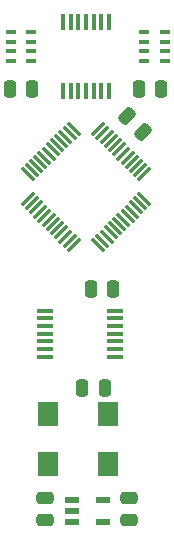
<source format=gtp>
%TF.GenerationSoftware,KiCad,Pcbnew,8.0.7*%
%TF.CreationDate,2025-02-05T16:55:55+02:00*%
%TF.ProjectId,TTL5V,54544c35-562e-46b6-9963-61645f706362,V0*%
%TF.SameCoordinates,Original*%
%TF.FileFunction,Paste,Top*%
%TF.FilePolarity,Positive*%
%FSLAX46Y46*%
G04 Gerber Fmt 4.6, Leading zero omitted, Abs format (unit mm)*
G04 Created by KiCad (PCBNEW 8.0.7) date 2025-02-05 16:55:55*
%MOMM*%
%LPD*%
G01*
G04 APERTURE LIST*
G04 Aperture macros list*
%AMRoundRect*
0 Rectangle with rounded corners*
0 $1 Rounding radius*
0 $2 $3 $4 $5 $6 $7 $8 $9 X,Y pos of 4 corners*
0 Add a 4 corners polygon primitive as box body*
4,1,4,$2,$3,$4,$5,$6,$7,$8,$9,$2,$3,0*
0 Add four circle primitives for the rounded corners*
1,1,$1+$1,$2,$3*
1,1,$1+$1,$4,$5*
1,1,$1+$1,$6,$7*
1,1,$1+$1,$8,$9*
0 Add four rect primitives between the rounded corners*
20,1,$1+$1,$2,$3,$4,$5,0*
20,1,$1+$1,$4,$5,$6,$7,0*
20,1,$1+$1,$6,$7,$8,$9,0*
20,1,$1+$1,$8,$9,$2,$3,0*%
%AMRotRect*
0 Rectangle, with rotation*
0 The origin of the aperture is its center*
0 $1 length*
0 $2 width*
0 $3 Rotation angle, in degrees counterclockwise*
0 Add horizontal line*
21,1,$1,$2,0,0,$3*%
G04 Aperture macros list end*
%ADD10RoundRect,0.250000X0.475000X-0.250000X0.475000X0.250000X-0.475000X0.250000X-0.475000X-0.250000X0*%
%ADD11R,0.900000X0.450000*%
%ADD12RoundRect,0.250000X0.250000X0.475000X-0.250000X0.475000X-0.250000X-0.475000X0.250000X-0.475000X0*%
%ADD13R,0.450000X1.475000*%
%ADD14RoundRect,0.250000X-0.250000X-0.475000X0.250000X-0.475000X0.250000X0.475000X-0.250000X0.475000X0*%
%ADD15RoundRect,0.250000X0.512652X0.159099X0.159099X0.512652X-0.512652X-0.159099X-0.159099X-0.512652X0*%
%ADD16R,1.475000X0.450000*%
%ADD17RotRect,0.279400X1.473200X45.000000*%
%ADD18RotRect,0.279400X1.473200X315.000000*%
%ADD19R,1.800000X2.000000*%
%ADD20R,1.150000X0.600000*%
G04 APERTURE END LIST*
D10*
%TO.C,C18*%
X11303000Y-33700000D03*
X11303000Y-31800000D03*
%TD*%
D11*
%TO.C,RN2*%
X2970000Y5220000D03*
X2970000Y6020000D03*
X2970000Y6820000D03*
X2970000Y7620000D03*
X1270000Y7620000D03*
X1270000Y6820000D03*
X1270000Y6020000D03*
X1270000Y5220000D03*
%TD*%
D12*
%TO.C,C2*%
X3093000Y2794000D03*
X1193000Y2794000D03*
%TD*%
%TO.C,C3*%
X14015000Y2794000D03*
X12115000Y2794000D03*
%TD*%
%TO.C,C1*%
X9951000Y-14097000D03*
X8051000Y-14097000D03*
%TD*%
D11*
%TO.C,RN1*%
X12573000Y7620000D03*
X12573000Y6820000D03*
X12573000Y6020000D03*
X12573000Y5220000D03*
X14273000Y5220000D03*
X14273000Y6020000D03*
X14273000Y6820000D03*
X14273000Y7620000D03*
%TD*%
D13*
%TO.C,IC3*%
X5670000Y2650000D03*
X6320000Y2650000D03*
X6970000Y2650000D03*
X7620000Y2650000D03*
X8270000Y2650000D03*
X8920000Y2650000D03*
X9570000Y2650000D03*
X9570000Y8526000D03*
X8920000Y8526000D03*
X8270000Y8526000D03*
X7620000Y8526000D03*
X6970000Y8526000D03*
X6320000Y8526000D03*
X5670000Y8526000D03*
%TD*%
D14*
%TO.C,C16*%
X7321000Y-22479000D03*
X9221000Y-22479000D03*
%TD*%
D15*
%TO.C,C15*%
X12471438Y-787438D03*
X11127935Y556065D03*
%TD*%
D16*
%TO.C,IC5*%
X4174000Y-15957000D03*
X4174000Y-16607000D03*
X4174000Y-17257000D03*
X4174000Y-17907000D03*
X4174000Y-18557000D03*
X4174000Y-19207000D03*
X4174000Y-19857000D03*
X10050000Y-19857000D03*
X10050000Y-19207000D03*
X10050000Y-18557000D03*
X10050000Y-17907000D03*
X10050000Y-17257000D03*
X10050000Y-16607000D03*
X10050000Y-15957000D03*
%TD*%
D17*
%TO.C,IC2*%
X6578290Y-539820D03*
X6237041Y-881069D03*
X5877830Y-1240280D03*
X5518620Y-1599490D03*
X5177370Y-1940740D03*
X4818160Y-2299950D03*
X4458950Y-2659160D03*
X4099740Y-3018370D03*
X3758490Y-3359620D03*
X3399280Y-3718830D03*
X3040069Y-4078041D03*
X2698820Y-4419290D03*
D18*
X2698820Y-6502710D03*
X3040069Y-6843959D03*
X3399280Y-7203170D03*
X3758490Y-7562380D03*
X4099740Y-7903630D03*
X4458950Y-8262840D03*
X4818160Y-8622050D03*
X5177370Y-8981260D03*
X5518620Y-9322510D03*
X5877830Y-9681720D03*
X6237041Y-10040931D03*
X6578290Y-10382180D03*
D17*
X8661710Y-10382180D03*
X9002959Y-10040931D03*
X9362170Y-9681720D03*
X9721380Y-9322510D03*
X10062630Y-8981260D03*
X10421840Y-8622050D03*
X10781050Y-8262840D03*
X11140260Y-7903630D03*
X11481510Y-7562380D03*
X11840720Y-7203170D03*
X12199931Y-6843959D03*
X12541180Y-6502710D03*
D18*
X12541180Y-4419290D03*
X12199931Y-4078041D03*
X11840720Y-3718830D03*
X11481510Y-3359620D03*
X11140260Y-3018370D03*
X10781050Y-2659160D03*
X10421840Y-2299950D03*
X10062630Y-1940740D03*
X9721380Y-1599490D03*
X9362170Y-1240280D03*
X9002959Y-881069D03*
X8661710Y-539820D03*
%TD*%
D19*
%TO.C,Y1*%
X4445000Y-28897000D03*
X9525000Y-28897000D03*
X9525000Y-24697000D03*
X4445000Y-24697000D03*
%TD*%
D20*
%TO.C,IC4*%
X6447000Y-31943000D03*
X6447000Y-32893000D03*
X6447000Y-33843000D03*
X9047000Y-33843000D03*
X9047000Y-31943000D03*
%TD*%
D10*
%TO.C,C17*%
X4191000Y-33700000D03*
X4191000Y-31800000D03*
%TD*%
M02*

</source>
